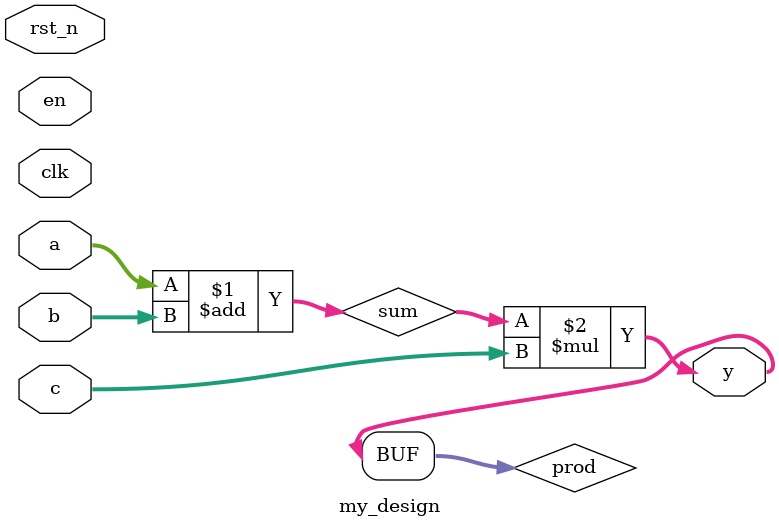
<source format=v>
module my_design (
  input  wire         clk,
  input  wire         rst_n,
  input  wire [31:0]  a,
  input  wire [31:0]  b,
  input  wire [31:0]  c,
  input  wire         en,
  output wire [31:0]  y
);
  // Simple datapath: y = (a + b) * c
  wire [31:0] sum;
  wire [31:0] prod;
 
  assign sum  = a + b;
  assign prod = sum * c;
 
  // No pipeline initially
  assign y = prod;
 
endmodule
</source>
